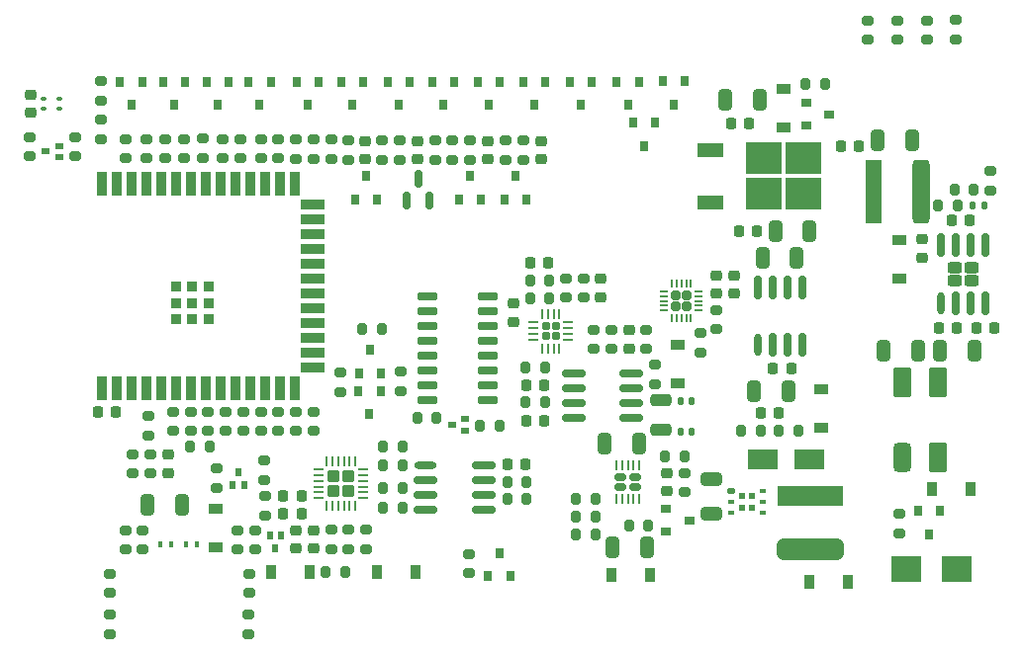
<source format=gbr>
%TF.GenerationSoftware,KiCad,Pcbnew,7.0.1*%
%TF.CreationDate,2024-03-07T06:40:02+01:00*%
%TF.ProjectId,AnthC,416e7468-432e-46b6-9963-61645f706362,M2-R4*%
%TF.SameCoordinates,Original*%
%TF.FileFunction,Paste,Top*%
%TF.FilePolarity,Positive*%
%FSLAX46Y46*%
G04 Gerber Fmt 4.6, Leading zero omitted, Abs format (unit mm)*
G04 Created by KiCad (PCBNEW 7.0.1) date 2024-03-07 06:40:02*
%MOMM*%
%LPD*%
G01*
G04 APERTURE LIST*
G04 Aperture macros list*
%AMRoundRect*
0 Rectangle with rounded corners*
0 $1 Rounding radius*
0 $2 $3 $4 $5 $6 $7 $8 $9 X,Y pos of 4 corners*
0 Add a 4 corners polygon primitive as box body*
4,1,4,$2,$3,$4,$5,$6,$7,$8,$9,$2,$3,0*
0 Add four circle primitives for the rounded corners*
1,1,$1+$1,$2,$3*
1,1,$1+$1,$4,$5*
1,1,$1+$1,$6,$7*
1,1,$1+$1,$8,$9*
0 Add four rect primitives between the rounded corners*
20,1,$1+$1,$2,$3,$4,$5,0*
20,1,$1+$1,$4,$5,$6,$7,0*
20,1,$1+$1,$6,$7,$8,$9,0*
20,1,$1+$1,$8,$9,$2,$3,0*%
G04 Aperture macros list end*
%ADD10RoundRect,0.200000X-0.200000X-0.275000X0.200000X-0.275000X0.200000X0.275000X-0.200000X0.275000X0*%
%ADD11RoundRect,0.200000X0.275000X-0.200000X0.275000X0.200000X-0.275000X0.200000X-0.275000X-0.200000X0*%
%ADD12RoundRect,0.200000X0.200000X0.275000X-0.200000X0.275000X-0.200000X-0.275000X0.200000X-0.275000X0*%
%ADD13RoundRect,0.225000X0.250000X-0.225000X0.250000X0.225000X-0.250000X0.225000X-0.250000X-0.225000X0*%
%ADD14RoundRect,0.225000X0.225000X0.250000X-0.225000X0.250000X-0.225000X-0.250000X0.225000X-0.250000X0*%
%ADD15RoundRect,0.249999X0.325001X0.650001X-0.325001X0.650001X-0.325001X-0.650001X0.325001X-0.650001X0*%
%ADD16RoundRect,0.300000X-0.675000X0.000000X0.675000X0.000000X0.675000X0.000000X-0.675000X0.000000X0*%
%ADD17RoundRect,0.150000X-0.825000X-0.150000X0.825000X-0.150000X0.825000X0.150000X-0.825000X0.150000X0*%
%ADD18R,0.500000X0.660000*%
%ADD19RoundRect,0.225000X-0.250000X0.225000X-0.250000X-0.225000X0.250000X-0.225000X0.250000X0.225000X0*%
%ADD20R,0.800000X0.900000*%
%ADD21RoundRect,0.225000X-0.225000X-0.250000X0.225000X-0.250000X0.225000X0.250000X-0.225000X0.250000X0*%
%ADD22RoundRect,0.200000X-0.275000X0.200000X-0.275000X-0.200000X0.275000X-0.200000X0.275000X0.200000X0*%
%ADD23RoundRect,0.300000X0.000000X-0.675000X0.000000X0.675000X0.000000X0.675000X0.000000X-0.675000X0*%
%ADD24RoundRect,0.150000X0.150000X-0.825000X0.150000X0.825000X-0.150000X0.825000X-0.150000X-0.825000X0*%
%ADD25RoundRect,0.140000X0.140000X0.170000X-0.140000X0.170000X-0.140000X-0.170000X0.140000X-0.170000X0*%
%ADD26R,0.900000X1.200000*%
%ADD27R,1.200000X0.900000*%
%ADD28R,0.660000X0.500000*%
%ADD29RoundRect,0.240000X0.385000X-0.240000X0.385000X0.240000X-0.385000X0.240000X-0.385000X-0.240000X0*%
%ADD30RoundRect,0.250000X0.325000X0.650000X-0.325000X0.650000X-0.325000X-0.650000X0.325000X-0.650000X0*%
%ADD31RoundRect,0.375000X0.375000X0.875000X-0.375000X0.875000X-0.375000X-0.875000X0.375000X-0.875000X0*%
%ADD32RoundRect,0.055500X0.694500X1.194500X-0.694500X1.194500X-0.694500X-1.194500X0.694500X-1.194500X0*%
%ADD33RoundRect,0.362500X0.362500X2.387500X-0.362500X2.387500X-0.362500X-2.387500X0.362500X-2.387500X0*%
%ADD34R,1.450000X5.500000*%
%ADD35R,0.900000X2.000000*%
%ADD36R,2.000000X0.900000*%
%ADD37R,0.900000X0.900000*%
%ADD38R,2.500000X2.300000*%
%ADD39RoundRect,0.249999X-0.325001X-0.650001X0.325001X-0.650001X0.325001X0.650001X-0.325001X0.650001X0*%
%ADD40RoundRect,0.172500X-0.172500X-0.172500X0.172500X-0.172500X0.172500X0.172500X-0.172500X0.172500X0*%
%ADD41RoundRect,0.062500X-0.350000X-0.062500X0.350000X-0.062500X0.350000X0.062500X-0.350000X0.062500X0*%
%ADD42RoundRect,0.062500X-0.062500X-0.350000X0.062500X-0.350000X0.062500X0.350000X-0.062500X0.350000X0*%
%ADD43R,0.900000X0.800000*%
%ADD44RoundRect,0.249999X-0.275001X-0.275001X0.275001X-0.275001X0.275001X0.275001X-0.275001X0.275001X0*%
%ADD45RoundRect,0.075000X0.175000X0.075000X-0.175000X0.075000X-0.175000X-0.075000X0.175000X-0.075000X0*%
%ADD46RoundRect,0.150000X-0.725000X-0.150000X0.725000X-0.150000X0.725000X0.150000X-0.725000X0.150000X0*%
%ADD47RoundRect,0.167500X-0.312500X0.167500X-0.312500X-0.167500X0.312500X-0.167500X0.312500X0.167500X0*%
%ADD48RoundRect,0.062500X-0.062500X0.362500X-0.062500X-0.362500X0.062500X-0.362500X0.062500X0.362500X0*%
%ADD49RoundRect,0.249999X0.650001X-0.325001X0.650001X0.325001X-0.650001X0.325001X-0.650001X-0.325001X0*%
%ADD50R,2.500000X1.800000*%
%ADD51R,3.050000X2.750000*%
%ADD52R,2.200000X1.200000*%
%ADD53RoundRect,0.200000X-0.200000X0.200000X-0.200000X-0.200000X0.200000X-0.200000X0.200000X0.200000X0*%
%ADD54RoundRect,0.050000X-0.050000X0.312500X-0.050000X-0.312500X0.050000X-0.312500X0.050000X0.312500X0*%
%ADD55RoundRect,0.050000X-0.312500X0.050000X-0.312500X-0.050000X0.312500X-0.050000X0.312500X0.050000X0*%
%ADD56RoundRect,0.450000X2.400000X-0.450000X2.400000X0.450000X-2.400000X0.450000X-2.400000X-0.450000X0*%
%ADD57R,5.700000X1.800000*%
%ADD58RoundRect,0.112500X-0.202500X-0.112500X0.202500X-0.112500X0.202500X0.112500X-0.202500X0.112500X0*%
%ADD59R,0.630000X0.450000*%
%ADD60R,0.480000X0.630000*%
%ADD61R,0.350000X0.600000*%
%ADD62RoundRect,0.150000X0.825000X0.150000X-0.825000X0.150000X-0.825000X-0.150000X0.825000X-0.150000X0*%
%ADD63RoundRect,0.140000X-0.140000X-0.170000X0.140000X-0.170000X0.140000X0.170000X-0.140000X0.170000X0*%
%ADD64RoundRect,0.150000X0.150000X-0.587500X0.150000X0.587500X-0.150000X0.587500X-0.150000X-0.587500X0*%
%ADD65RoundRect,0.250000X-0.650000X0.250000X-0.650000X-0.250000X0.650000X-0.250000X0.650000X0.250000X0*%
G04 APERTURE END LIST*
D10*
%TO.C,R13*%
X224025000Y-120950000D03*
X225675000Y-120950000D03*
%TD*%
%TO.C,R27*%
X224025000Y-119450000D03*
X225675000Y-119450000D03*
%TD*%
D11*
%TO.C,R29*%
X228600000Y-120925000D03*
X228600000Y-119275000D03*
%TD*%
D12*
%TO.C,R10*%
X225325000Y-126900000D03*
X223675000Y-126900000D03*
%TD*%
D13*
%TO.C,C15*%
X240000000Y-120575000D03*
X240000000Y-119025000D03*
%TD*%
%TO.C,C23*%
X222600000Y-122975000D03*
X222600000Y-121425000D03*
%TD*%
D14*
%TO.C,C14*%
X188575000Y-130750000D03*
X187025000Y-130750000D03*
%TD*%
D15*
%TO.C,C30*%
X194225000Y-138700000D03*
X191275000Y-138700000D03*
%TD*%
D16*
%TO.C,U4*%
X215125000Y-135295000D03*
D17*
X215125000Y-136565000D03*
X215125000Y-137835000D03*
X215125000Y-139105000D03*
X220075000Y-139105000D03*
X220075000Y-137835000D03*
X220075000Y-136565000D03*
X220075000Y-135295000D03*
%TD*%
D11*
%TO.C,R35*%
X197250000Y-137215000D03*
X197250000Y-135565000D03*
%TD*%
D18*
%TO.C,Q1*%
X198580000Y-137020000D03*
X199580000Y-137020000D03*
X199080000Y-135880000D03*
%TD*%
D11*
%TO.C,R21*%
X207800000Y-129000000D03*
X207800000Y-127350000D03*
%TD*%
%TO.C,R14*%
X187300000Y-107325000D03*
X187300000Y-105675000D03*
%TD*%
D19*
%TO.C,C17*%
X235750000Y-135975000D03*
X235750000Y-137525000D03*
%TD*%
D20*
%TO.C,Q4*%
X209400000Y-127400000D03*
X211300000Y-127400000D03*
X210350000Y-125400000D03*
%TD*%
D14*
%TO.C,C6*%
X204475000Y-139400000D03*
X202925000Y-139400000D03*
%TD*%
D21*
%TO.C,C27*%
X223725000Y-128400000D03*
X225275000Y-128400000D03*
%TD*%
D19*
%TO.C,C28*%
X230100000Y-119325000D03*
X230100000Y-120875000D03*
%TD*%
D22*
%TO.C,R15*%
X201400000Y-137925000D03*
X201400000Y-139575000D03*
%TD*%
D12*
%TO.C,R17*%
X208225000Y-144450000D03*
X206575000Y-144450000D03*
%TD*%
%TO.C,R19*%
X221425000Y-131900000D03*
X219775000Y-131900000D03*
%TD*%
D11*
%TO.C,R20*%
X199000000Y-142525000D03*
X199000000Y-140875000D03*
%TD*%
%TO.C,R25*%
X255450000Y-98825000D03*
X255450000Y-97175000D03*
%TD*%
%TO.C,R26*%
X258000000Y-98825000D03*
X258000000Y-97175000D03*
%TD*%
%TO.C,R28*%
X252950000Y-98825000D03*
X252950000Y-97175000D03*
%TD*%
%TO.C,R33*%
X185140000Y-108825000D03*
X185140000Y-107175000D03*
%TD*%
D22*
%TO.C,R42*%
X181240000Y-107175000D03*
X181240000Y-108825000D03*
%TD*%
D11*
%TO.C,R47*%
X207000000Y-142475000D03*
X207000000Y-140825000D03*
%TD*%
D22*
%TO.C,R48*%
X191400000Y-131075000D03*
X191400000Y-132725000D03*
%TD*%
%TO.C,R57*%
X196500000Y-130675000D03*
X196500000Y-132325000D03*
%TD*%
%TO.C,R59*%
X199500000Y-130675000D03*
X199500000Y-132325000D03*
%TD*%
%TO.C,R60*%
X201000000Y-130675000D03*
X201000000Y-132325000D03*
%TD*%
%TO.C,R61*%
X202500000Y-130675000D03*
X202500000Y-132325000D03*
%TD*%
D12*
%TO.C,R66*%
X211325000Y-123600000D03*
X209675000Y-123600000D03*
%TD*%
D11*
%TO.C,R69*%
X192850000Y-108975000D03*
X192850000Y-107325000D03*
%TD*%
%TO.C,R72*%
X205500000Y-132325000D03*
X205500000Y-130675000D03*
%TD*%
%TO.C,R73*%
X196000000Y-108925000D03*
X196000000Y-107275000D03*
%TD*%
%TO.C,R74*%
X199250000Y-108975000D03*
X199250000Y-107325000D03*
%TD*%
%TO.C,R75*%
X202500000Y-108975000D03*
X202500000Y-107325000D03*
%TD*%
%TO.C,R77*%
X191200000Y-108975000D03*
X191200000Y-107325000D03*
%TD*%
%TO.C,R78*%
X189450000Y-108975000D03*
X189450000Y-107325000D03*
%TD*%
%TO.C,R79*%
X204000000Y-109025000D03*
X204000000Y-107375000D03*
%TD*%
%TO.C,R80*%
X207000000Y-109025000D03*
X207000000Y-107375000D03*
%TD*%
D23*
%TO.C,U13*%
X243495000Y-124975000D03*
D24*
X244765000Y-124975000D03*
X246035000Y-124975000D03*
X247305000Y-124975000D03*
X247305000Y-120025000D03*
X246035000Y-120025000D03*
X244765000Y-120025000D03*
X243495000Y-120025000D03*
%TD*%
D21*
%TO.C,C4*%
X259025000Y-123500000D03*
X260575000Y-123500000D03*
%TD*%
D14*
%TO.C,C5*%
X261675000Y-114300000D03*
X260125000Y-114300000D03*
%TD*%
D25*
%TO.C,C7*%
X262880000Y-113025000D03*
X261920000Y-113025000D03*
%TD*%
D14*
%TO.C,C24*%
X243475000Y-115250000D03*
X241925000Y-115250000D03*
%TD*%
D26*
%TO.C,D1*%
X205150000Y-144400000D03*
X201850000Y-144400000D03*
%TD*%
%TO.C,D8*%
X214250000Y-144400000D03*
X210950000Y-144400000D03*
%TD*%
D27*
%TO.C,D18*%
X255600000Y-115950000D03*
X255600000Y-119250000D03*
%TD*%
D18*
%TO.C,Q2*%
X202750000Y-141280000D03*
X201750000Y-141280000D03*
X202250000Y-142420000D03*
%TD*%
D28*
%TO.C,Q5*%
X218470000Y-132300000D03*
X218470000Y-131300000D03*
X217330000Y-131800000D03*
%TD*%
%TO.C,Q7*%
X183740000Y-108900000D03*
X183740000Y-107900000D03*
X182600000Y-108400000D03*
%TD*%
D10*
%TO.C,R87*%
X247625000Y-102650000D03*
X249275000Y-102650000D03*
%TD*%
D29*
%TO.C,U1*%
X260350000Y-119470000D03*
X261850000Y-119470000D03*
X260350000Y-118330000D03*
X261850000Y-118330000D03*
D23*
X259195000Y-121375000D03*
D24*
X260465000Y-121375000D03*
X261735000Y-121375000D03*
X263005000Y-121375000D03*
X263005000Y-116425000D03*
X261735000Y-116425000D03*
X260465000Y-116425000D03*
X259195000Y-116425000D03*
%TD*%
D15*
%TO.C,C1*%
X257275000Y-125500000D03*
X254325000Y-125500000D03*
%TD*%
D13*
%TO.C,C8*%
X257600000Y-117475000D03*
X257600000Y-115925000D03*
%TD*%
D10*
%TO.C,R38*%
X232525000Y-140450000D03*
X234175000Y-140450000D03*
%TD*%
D30*
%TO.C,C18*%
X234075000Y-142350000D03*
X231125000Y-142350000D03*
%TD*%
D10*
%TO.C,R37*%
X242125000Y-132300000D03*
X243775000Y-132300000D03*
%TD*%
D19*
%TO.C,C32*%
X181300000Y-103525000D03*
X181300000Y-105075000D03*
%TD*%
D14*
%TO.C,C34*%
X225275000Y-131450000D03*
X223725000Y-131450000D03*
%TD*%
D11*
%TO.C,R89*%
X200500000Y-142525000D03*
X200500000Y-140875000D03*
%TD*%
D22*
%TO.C,R46*%
X218900000Y-107475000D03*
X218900000Y-109125000D03*
%TD*%
%TO.C,R63*%
X208500000Y-140825000D03*
X208500000Y-142475000D03*
%TD*%
%TO.C,R44*%
X211400000Y-107475000D03*
X211400000Y-109125000D03*
%TD*%
D20*
%TO.C,D16*%
X217950000Y-112480000D03*
X219850000Y-112480000D03*
X218900000Y-110480000D03*
%TD*%
D13*
%TO.C,C37*%
X220450000Y-109075000D03*
X220450000Y-107525000D03*
%TD*%
D31*
%TO.C,FL1*%
X255900000Y-134650000D03*
D32*
X258900000Y-134650000D03*
X258900000Y-128150000D03*
X255900000Y-128150000D03*
%TD*%
D33*
%TO.C,L1*%
X257475000Y-111850000D03*
D34*
X253475000Y-111850000D03*
%TD*%
D12*
%TO.C,R2*%
X260625000Y-113050000D03*
X258975000Y-113050000D03*
%TD*%
D21*
%TO.C,C13*%
X222125000Y-135200000D03*
X223675000Y-135200000D03*
%TD*%
D12*
%TO.C,R54*%
X196625000Y-133700000D03*
X194975000Y-133700000D03*
%TD*%
D11*
%TO.C,R22*%
X229500000Y-125325000D03*
X229500000Y-123675000D03*
%TD*%
%TO.C,R24*%
X231000000Y-125325000D03*
X231000000Y-123675000D03*
%TD*%
D20*
%TO.C,D2*%
X190850000Y-102400000D03*
X188950000Y-102400000D03*
X189900000Y-104400000D03*
%TD*%
%TO.C,D15*%
X201850000Y-102400000D03*
X199950000Y-102400000D03*
X200900000Y-104400000D03*
%TD*%
%TO.C,D22*%
X221450000Y-102400000D03*
X219550000Y-102400000D03*
X220500000Y-104400000D03*
%TD*%
%TO.C,D25*%
X229350000Y-102400000D03*
X227450000Y-102400000D03*
X228400000Y-104400000D03*
%TD*%
%TO.C,D26*%
X205950000Y-102400000D03*
X204050000Y-102400000D03*
X205000000Y-104400000D03*
%TD*%
%TO.C,D27*%
X217550000Y-102400000D03*
X215650000Y-102400000D03*
X216600000Y-104400000D03*
%TD*%
%TO.C,D28*%
X225350000Y-102400000D03*
X223450000Y-102400000D03*
X224400000Y-104400000D03*
%TD*%
%TO.C,D29*%
X233350000Y-102400000D03*
X231450000Y-102400000D03*
X232400000Y-104400000D03*
%TD*%
D22*
%TO.C,R9*%
X201320000Y-134875000D03*
X201320000Y-136525000D03*
%TD*%
%TO.C,R18*%
X213000000Y-127275000D03*
X213000000Y-128925000D03*
%TD*%
D20*
%TO.C,D21*%
X213750000Y-102400000D03*
X211850000Y-102400000D03*
X212800000Y-104400000D03*
%TD*%
D22*
%TO.C,R45*%
X223450000Y-107475000D03*
X223450000Y-109125000D03*
%TD*%
%TO.C,R52*%
X221950000Y-107475000D03*
X221950000Y-109125000D03*
%TD*%
D20*
%TO.C,D11*%
X221850000Y-112480000D03*
X223750000Y-112480000D03*
X222800000Y-110480000D03*
%TD*%
D13*
%TO.C,C38*%
X224950000Y-109075000D03*
X224950000Y-107525000D03*
%TD*%
D11*
%TO.C,R81*%
X201050000Y-108975000D03*
X201050000Y-107325000D03*
%TD*%
%TO.C,R11*%
X237250000Y-137575000D03*
X237250000Y-135925000D03*
%TD*%
%TO.C,R53*%
X190050000Y-135975000D03*
X190050000Y-134325000D03*
%TD*%
D35*
%TO.C,U6*%
X187390000Y-128650000D03*
X188660000Y-128650000D03*
X189930000Y-128650000D03*
X191200000Y-128650000D03*
X192470000Y-128650000D03*
X193740000Y-128650000D03*
X195010000Y-128650000D03*
X196280000Y-128650000D03*
X197550000Y-128650000D03*
X198820000Y-128650000D03*
X200090000Y-128650000D03*
X201360000Y-128650000D03*
X202630000Y-128650000D03*
X203900000Y-128650000D03*
D36*
X205400000Y-126885000D03*
X205400000Y-125615000D03*
X205400000Y-124345000D03*
X205400000Y-123075000D03*
X205400000Y-121805000D03*
X205400000Y-120535000D03*
X205400000Y-119265000D03*
X205400000Y-117995000D03*
X205400000Y-116725000D03*
X205400000Y-115455000D03*
X205400000Y-114185000D03*
X205400000Y-112915000D03*
D35*
X203900000Y-111150000D03*
X202630000Y-111150000D03*
X201360000Y-111150000D03*
X200090000Y-111150000D03*
X198820000Y-111150000D03*
X197550000Y-111150000D03*
X196280000Y-111150000D03*
X195010000Y-111150000D03*
X193740000Y-111150000D03*
X192470000Y-111150000D03*
X191200000Y-111150000D03*
X189930000Y-111150000D03*
X188660000Y-111150000D03*
X187390000Y-111150000D03*
D37*
X193710000Y-122800000D03*
X195110000Y-122800000D03*
X196510000Y-122800000D03*
X193710000Y-121400000D03*
X195110000Y-121400000D03*
X196510000Y-121400000D03*
X193710000Y-120000000D03*
X195110000Y-120000000D03*
X196510000Y-120000000D03*
%TD*%
D22*
%TO.C,R50*%
X208500000Y-107475000D03*
X208500000Y-109125000D03*
%TD*%
D21*
%TO.C,C29*%
X244825000Y-127000000D03*
X246375000Y-127000000D03*
%TD*%
D22*
%TO.C,R51*%
X217400000Y-107475000D03*
X217400000Y-109125000D03*
%TD*%
%TO.C,R56*%
X195000000Y-130675000D03*
X195000000Y-132325000D03*
%TD*%
D14*
%TO.C,C11*%
X252200000Y-107900000D03*
X250650000Y-107900000D03*
%TD*%
D11*
%TO.C,R43*%
X210000000Y-142475000D03*
X210000000Y-140825000D03*
%TD*%
D22*
%TO.C,R23*%
X227100000Y-119275000D03*
X227100000Y-120925000D03*
%TD*%
%TO.C,R16*%
X187300000Y-102375000D03*
X187300000Y-104025000D03*
%TD*%
D13*
%TO.C,C36*%
X209900000Y-109075000D03*
X209900000Y-107525000D03*
%TD*%
D22*
%TO.C,R58*%
X198000000Y-130675000D03*
X198000000Y-132325000D03*
%TD*%
D10*
%TO.C,R41*%
X214375000Y-131250000D03*
X216025000Y-131250000D03*
%TD*%
D22*
%TO.C,R55*%
X193500000Y-130675000D03*
X193500000Y-132325000D03*
%TD*%
D20*
%TO.C,D30*%
X220450000Y-144800000D03*
X222350000Y-144800000D03*
X221400000Y-142800000D03*
%TD*%
%TO.C,D10*%
X209050000Y-112480000D03*
X210950000Y-112480000D03*
X210000000Y-110480000D03*
%TD*%
%TO.C,Q8*%
X259150000Y-139200000D03*
X257250000Y-139200000D03*
X258200000Y-141200000D03*
%TD*%
D26*
%TO.C,D14*%
X258450000Y-137300000D03*
X261750000Y-137300000D03*
%TD*%
D38*
%TO.C,D13*%
X260550000Y-144200000D03*
X256250000Y-144200000D03*
%TD*%
D39*
%TO.C,C2*%
X259125000Y-125500000D03*
X262075000Y-125500000D03*
%TD*%
D22*
%TO.C,R1*%
X255600000Y-139475000D03*
X255600000Y-141125000D03*
%TD*%
D40*
%TO.C,U9*%
X225375000Y-123375000D03*
X225375000Y-124225000D03*
X226225000Y-123375000D03*
X226225000Y-124225000D03*
D41*
X224337500Y-123050000D03*
X224337500Y-123550000D03*
X224337500Y-124050000D03*
X224337500Y-124550000D03*
D42*
X225050000Y-125262500D03*
X225550000Y-125262500D03*
X226050000Y-125262500D03*
X226550000Y-125262500D03*
D41*
X227262500Y-124550000D03*
X227262500Y-124050000D03*
X227262500Y-123550000D03*
X227262500Y-123050000D03*
D42*
X226550000Y-122337500D03*
X226050000Y-122337500D03*
X225550000Y-122337500D03*
X225050000Y-122337500D03*
%TD*%
D43*
%TO.C,Q9*%
X247650000Y-104250000D03*
X247650000Y-106150000D03*
X249650000Y-105200000D03*
%TD*%
D39*
%TO.C,C22*%
X245025000Y-115250000D03*
X247975000Y-115250000D03*
%TD*%
D14*
%TO.C,C25*%
X225625000Y-117950000D03*
X224075000Y-117950000D03*
%TD*%
D12*
%TO.C,R32*%
X225325000Y-129900000D03*
X223675000Y-129900000D03*
%TD*%
D20*
%TO.C,D32*%
X194550000Y-102400000D03*
X192650000Y-102400000D03*
X193600000Y-104400000D03*
%TD*%
%TO.C,D33*%
X198250000Y-102400000D03*
X196350000Y-102400000D03*
X197300000Y-104400000D03*
%TD*%
%TO.C,D17*%
X209750000Y-102400000D03*
X207850000Y-102400000D03*
X208800000Y-104400000D03*
%TD*%
D11*
%TO.C,R31*%
X190900000Y-142525000D03*
X190900000Y-140875000D03*
%TD*%
D22*
%TO.C,R67*%
X234000000Y-123675000D03*
X234000000Y-125325000D03*
%TD*%
D19*
%TO.C,C26*%
X232500000Y-123725000D03*
X232500000Y-125275000D03*
%TD*%
D11*
%TO.C,R8*%
X263450000Y-111725000D03*
X263450000Y-110075000D03*
%TD*%
D27*
%TO.C,D24*%
X245700000Y-106300000D03*
X245700000Y-103000000D03*
%TD*%
D15*
%TO.C,C12*%
X243675000Y-104000000D03*
X240725000Y-104000000D03*
%TD*%
D10*
%TO.C,R86*%
X260350000Y-111675000D03*
X262000000Y-111675000D03*
%TD*%
D11*
%TO.C,R3*%
X199900000Y-149725000D03*
X199900000Y-148075000D03*
%TD*%
%TO.C,R88*%
X188100000Y-149725000D03*
X188100000Y-148075000D03*
%TD*%
D15*
%TO.C,C16*%
X233375000Y-133400000D03*
X230425000Y-133400000D03*
%TD*%
D19*
%TO.C,C31*%
X204000000Y-140875000D03*
X204000000Y-142425000D03*
%TD*%
%TO.C,C40*%
X193050000Y-134375000D03*
X193050000Y-135925000D03*
%TD*%
D11*
%TO.C,R7*%
X191550000Y-135975000D03*
X191550000Y-134325000D03*
%TD*%
D10*
%TO.C,R64*%
X222075000Y-136700000D03*
X223725000Y-136700000D03*
%TD*%
%TO.C,R65*%
X222075000Y-138200000D03*
X223725000Y-138200000D03*
%TD*%
%TO.C,R92*%
X211475000Y-137250000D03*
X213125000Y-137250000D03*
%TD*%
D44*
%TO.C,U5*%
X207200000Y-136212500D03*
X207200000Y-137512500D03*
X208500000Y-136212500D03*
X208500000Y-137512500D03*
D41*
X205912500Y-135612500D03*
X205912500Y-136112500D03*
X205912500Y-136612500D03*
X205912500Y-137112500D03*
X205912500Y-137612500D03*
X205912500Y-138112500D03*
D42*
X206600000Y-138800000D03*
X207100000Y-138800000D03*
X207600000Y-138800000D03*
X208100000Y-138800000D03*
X208600000Y-138800000D03*
X209100000Y-138800000D03*
D41*
X209787500Y-138112500D03*
X209787500Y-137612500D03*
X209787500Y-137112500D03*
X209787500Y-136612500D03*
X209787500Y-136112500D03*
X209787500Y-135612500D03*
D42*
X209100000Y-134925000D03*
X208600000Y-134925000D03*
X208100000Y-134925000D03*
X207600000Y-134925000D03*
X207100000Y-134925000D03*
X206600000Y-134925000D03*
%TD*%
D45*
%TO.C,U8*%
X183800000Y-104700000D03*
X183800000Y-103900000D03*
X182400000Y-103900000D03*
X182400000Y-104700000D03*
%TD*%
D46*
%TO.C,U11*%
X215250000Y-120780000D03*
X215250000Y-122050000D03*
X215250000Y-123320000D03*
X215250000Y-124590000D03*
X215250000Y-125860000D03*
X215250000Y-127130000D03*
X215250000Y-128400000D03*
X215250000Y-129670000D03*
X220400000Y-129670000D03*
X220400000Y-128400000D03*
X220400000Y-127130000D03*
X220400000Y-125860000D03*
X220400000Y-124590000D03*
X220400000Y-123320000D03*
X220400000Y-122050000D03*
X220400000Y-120780000D03*
%TD*%
D14*
%TO.C,C19*%
X204475000Y-137900000D03*
X202925000Y-137900000D03*
%TD*%
D19*
%TO.C,C39*%
X205500000Y-140875000D03*
X205500000Y-142425000D03*
%TD*%
D20*
%TO.C,Q3*%
X211250000Y-128900000D03*
X209350000Y-128900000D03*
X210300000Y-130900000D03*
%TD*%
D22*
%TO.C,R62*%
X204000000Y-130675000D03*
X204000000Y-132325000D03*
%TD*%
D11*
%TO.C,R91*%
X234750000Y-128325000D03*
X234750000Y-126675000D03*
%TD*%
D15*
%TO.C,C21*%
X246875000Y-117500000D03*
X243925000Y-117500000D03*
%TD*%
D12*
%TO.C,R12*%
X229625000Y-138200000D03*
X227975000Y-138200000D03*
%TD*%
%TO.C,TH1*%
X229625000Y-139700000D03*
X227975000Y-139700000D03*
%TD*%
D47*
%TO.C,U2*%
X232995000Y-136340000D03*
X231805000Y-136340000D03*
X232995000Y-137160000D03*
X231805000Y-137160000D03*
D48*
X233400000Y-135300000D03*
X232900000Y-135300000D03*
X232400000Y-135300000D03*
X231900000Y-135300000D03*
X231400000Y-135300000D03*
X231400000Y-138200000D03*
X231900000Y-138200000D03*
X232400000Y-138200000D03*
X232900000Y-138200000D03*
X233400000Y-138200000D03*
%TD*%
D49*
%TO.C,C43*%
X239550000Y-139425000D03*
X239550000Y-136475000D03*
%TD*%
D50*
%TO.C,D7*%
X243950000Y-134800000D03*
X247950000Y-134800000D03*
%TD*%
D10*
%TO.C,R36*%
X245325000Y-132300000D03*
X246975000Y-132300000D03*
%TD*%
D11*
%TO.C,R82*%
X238600000Y-125625000D03*
X238600000Y-123975000D03*
%TD*%
D13*
%TO.C,C42*%
X241475000Y-120575000D03*
X241475000Y-119025000D03*
%TD*%
D11*
%TO.C,R71*%
X205500000Y-109025000D03*
X205500000Y-107375000D03*
%TD*%
%TO.C,R70*%
X194450000Y-108975000D03*
X194450000Y-107325000D03*
%TD*%
%TO.C,R76*%
X197700000Y-108975000D03*
X197700000Y-107325000D03*
%TD*%
D51*
%TO.C,U3*%
X244075000Y-108995000D03*
X244075000Y-112045000D03*
X247425000Y-108995000D03*
X247425000Y-112045000D03*
D52*
X239450000Y-108240000D03*
X239450000Y-112800000D03*
%TD*%
D14*
%TO.C,C20*%
X242775000Y-106000000D03*
X241225000Y-106000000D03*
%TD*%
D39*
%TO.C,C9*%
X253800000Y-107475000D03*
X256750000Y-107475000D03*
%TD*%
D21*
%TO.C,C3*%
X262225000Y-123500000D03*
X263775000Y-123500000D03*
%TD*%
D11*
%TO.C,R83*%
X240000000Y-123625000D03*
X240000000Y-121975000D03*
%TD*%
D53*
%TO.C,U10*%
X237460000Y-120740000D03*
X236540000Y-120740000D03*
X237460000Y-121660000D03*
X236540000Y-121660000D03*
D54*
X237800000Y-119712500D03*
X237400000Y-119712500D03*
X237000000Y-119712500D03*
X236600000Y-119712500D03*
X236200000Y-119712500D03*
D55*
X235512500Y-120400000D03*
X235512500Y-120800000D03*
X235512500Y-121200000D03*
X235512500Y-121600000D03*
X235512500Y-122000000D03*
D54*
X236200000Y-122687500D03*
X236600000Y-122687500D03*
X237000000Y-122687500D03*
X237400000Y-122687500D03*
X237800000Y-122687500D03*
D55*
X238487500Y-122000000D03*
X238487500Y-121600000D03*
X238487500Y-121200000D03*
X238487500Y-120800000D03*
X238487500Y-120400000D03*
%TD*%
D30*
%TO.C,C41*%
X246125000Y-128950000D03*
X243175000Y-128950000D03*
%TD*%
D21*
%TO.C,C44*%
X243775000Y-130800000D03*
X245325000Y-130800000D03*
%TD*%
D27*
%TO.C,D9*%
X248950000Y-132100000D03*
X248950000Y-128800000D03*
%TD*%
D12*
%TO.C,R93*%
X213125000Y-138900000D03*
X211475000Y-138900000D03*
%TD*%
%TO.C,R95*%
X213125000Y-133700000D03*
X211475000Y-133700000D03*
%TD*%
%TO.C,R94*%
X213125000Y-135300000D03*
X211475000Y-135300000D03*
%TD*%
%TO.C,R30*%
X237225000Y-134500000D03*
X235575000Y-134500000D03*
%TD*%
D56*
%TO.C,L2*%
X248050000Y-142500000D03*
D57*
X248050000Y-137900000D03*
%TD*%
D58*
%TO.C,U12*%
X241260000Y-137450000D03*
D59*
X241260000Y-138400000D03*
X241260000Y-139350000D03*
X243940000Y-139350000D03*
X243940000Y-138400000D03*
X243940000Y-137450000D03*
D60*
X242200000Y-137875000D03*
X242200000Y-138925000D03*
X243000000Y-137875000D03*
X243000000Y-138925000D03*
%TD*%
D61*
%TO.C,D5*%
X194600000Y-142025000D03*
X195550000Y-142025000D03*
%TD*%
D11*
%TO.C,R4*%
X189400000Y-142525000D03*
X189400000Y-140875000D03*
%TD*%
D27*
%TO.C,D3*%
X197100000Y-139050000D03*
X197100000Y-142350000D03*
%TD*%
D11*
%TO.C,R34*%
X260500000Y-98775000D03*
X260500000Y-97125000D03*
%TD*%
D10*
%TO.C,R39*%
X227975000Y-141200000D03*
X229625000Y-141200000D03*
%TD*%
D11*
%TO.C,R5*%
X218800000Y-144525000D03*
X218800000Y-142875000D03*
%TD*%
D61*
%TO.C,D19*%
X193325000Y-142025000D03*
X192375000Y-142025000D03*
%TD*%
D22*
%TO.C,R40*%
X215900000Y-107475000D03*
X215900000Y-109125000D03*
%TD*%
D62*
%TO.C,U7*%
X232700000Y-131200000D03*
X232700000Y-129930000D03*
X232700000Y-128660000D03*
X232700000Y-127390000D03*
X227750000Y-127390000D03*
X227750000Y-128660000D03*
X227750000Y-129930000D03*
X227750000Y-131200000D03*
%TD*%
D63*
%TO.C,C45*%
X236920000Y-132450000D03*
X237880000Y-132450000D03*
%TD*%
D64*
%TO.C,D6*%
X213500000Y-112637500D03*
X215400000Y-112637500D03*
X214450000Y-110762500D03*
%TD*%
D26*
%TO.C,D4*%
X251250000Y-145250000D03*
X247950000Y-145250000D03*
%TD*%
D22*
%TO.C,R100*%
X188100000Y-144575000D03*
X188100000Y-146225000D03*
%TD*%
D63*
%TO.C,C46*%
X236920000Y-129800000D03*
X237880000Y-129800000D03*
%TD*%
D20*
%TO.C,D35*%
X234750000Y-105900000D03*
X232850000Y-105900000D03*
X233800000Y-107900000D03*
%TD*%
D26*
%TO.C,D31*%
X234300000Y-144700000D03*
X231000000Y-144700000D03*
%TD*%
D65*
%TO.C,Y1*%
X235250000Y-129700000D03*
X235250000Y-132200000D03*
%TD*%
D22*
%TO.C,R49*%
X212900000Y-107475000D03*
X212900000Y-109125000D03*
%TD*%
D20*
%TO.C,D23*%
X237300000Y-102390000D03*
X235400000Y-102390000D03*
X236350000Y-104390000D03*
%TD*%
D43*
%TO.C,Q10*%
X235699000Y-139050000D03*
X235699000Y-140950000D03*
X237699000Y-140000000D03*
%TD*%
D27*
%TO.C,D20*%
X236700000Y-128250000D03*
X236700000Y-124950000D03*
%TD*%
D13*
%TO.C,C35*%
X214400000Y-109075000D03*
X214400000Y-107525000D03*
%TD*%
D22*
%TO.C,R99*%
X200000000Y-144575000D03*
X200000000Y-146225000D03*
%TD*%
M02*

</source>
